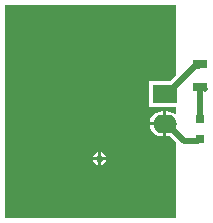
<source format=gbl>
G04*
G04 #@! TF.GenerationSoftware,Altium Limited,Altium Designer,20.0.13 (296)*
G04*
G04 Layer_Physical_Order=2*
G04 Layer_Color=16711680*
%FSLAX25Y25*%
%MOIN*%
G70*
G01*
G75*
%ADD13R,0.05118X0.02756*%
%ADD14R,0.03150X0.03150*%
%ADD19C,0.01968*%
%ADD20O,0.07874X0.06299*%
%ADD21R,0.07874X0.06299*%
%ADD22C,0.02362*%
G36*
X61024Y51547D02*
X59082Y49606D01*
X51968D01*
Y40945D01*
X61024D01*
Y38719D01*
X60524Y38473D01*
X59967Y38900D01*
X58957Y39318D01*
X57874Y39461D01*
X57587D01*
Y35276D01*
Y31090D01*
X57874D01*
X58814Y31214D01*
X61024Y29004D01*
Y3937D01*
X3937D01*
Y74803D01*
X61024D01*
Y51547D01*
D02*
G37*
%LPC*%
G36*
X56587Y39461D02*
X56299D01*
X55216Y39318D01*
X54207Y38900D01*
X53340Y38235D01*
X52675Y37368D01*
X52256Y36359D01*
X52180Y35776D01*
X56587D01*
Y39461D01*
D02*
G37*
G36*
Y34776D02*
X52180D01*
X52256Y34192D01*
X52675Y33183D01*
X53340Y32316D01*
X54207Y31651D01*
X55216Y31233D01*
X56299Y31090D01*
X56587D01*
Y34776D01*
D02*
G37*
G36*
X35933Y25746D02*
Y24122D01*
X37557D01*
X37488Y24473D01*
X37006Y25194D01*
X36284Y25677D01*
X35933Y25746D01*
D02*
G37*
G36*
X34933D02*
X34582Y25677D01*
X33861Y25194D01*
X33378Y24473D01*
X33309Y24122D01*
X34933D01*
Y25746D01*
D02*
G37*
G36*
X37557Y23122D02*
X35933D01*
Y21498D01*
X36284Y21567D01*
X37006Y22050D01*
X37488Y22771D01*
X37557Y23122D01*
D02*
G37*
G36*
X34933D02*
X33309D01*
X33378Y22771D01*
X33861Y22050D01*
X34582Y21567D01*
X34933Y21498D01*
Y23122D01*
D02*
G37*
%LPD*%
D13*
X68898Y47343D02*
D03*
Y55020D02*
D03*
D14*
Y30217D02*
D03*
Y36713D02*
D03*
D19*
X57087Y45276D02*
X57874D01*
X67224Y54626D01*
X68504D01*
X68307Y29626D02*
X68898Y30217D01*
X67027Y29626D02*
X68307D01*
X66929Y29528D02*
X67027Y29626D01*
X57087Y35276D02*
X57874D01*
X63622Y29528D01*
X66929D01*
X68898Y36713D02*
Y47343D01*
X70079D01*
X70473Y46949D01*
X68504Y54626D02*
X68898Y55020D01*
D20*
X57087Y35276D02*
D03*
D21*
Y45276D02*
D03*
D22*
X35433Y23622D02*
D03*
M02*

</source>
